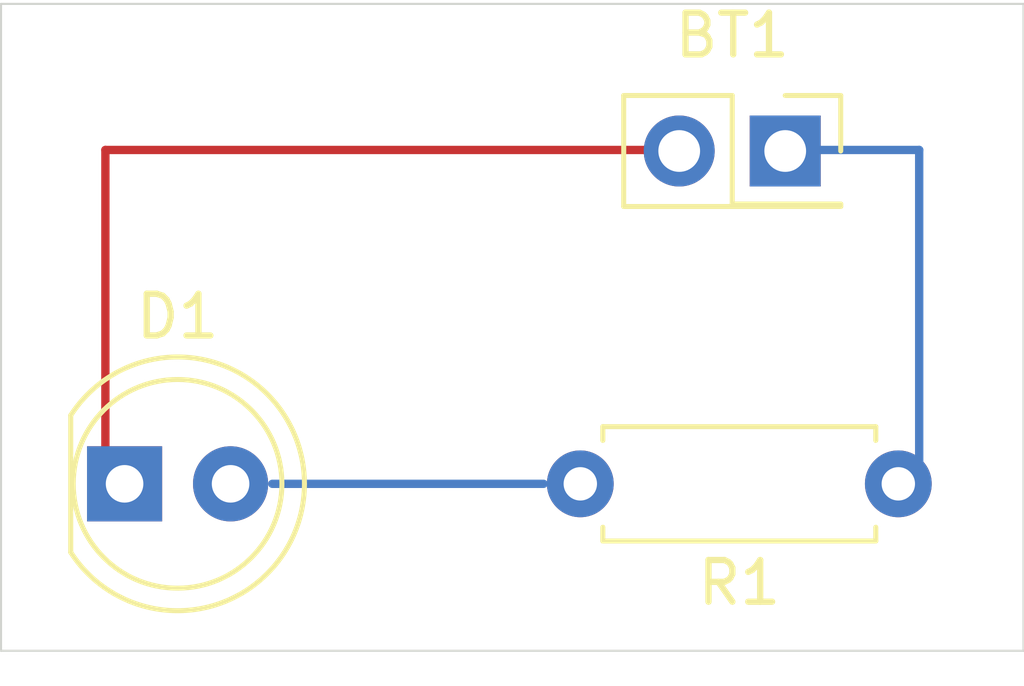
<source format=kicad_pcb>
(kicad_pcb (version 20241229) (generator "pcbnew") (generator_version "9.0")
  (layers (0 "F.Cu" signal) (2 "B.Cu" signal) (13 "F.Paste" user) (15 "B.Paste" user) (5 "F.SilkS" user "F.Silkscreen") (7 "B.SilkS" user "B.Silkscreen") (1 "F.Mask" user) (3 "B.Mask" user) (25 "Edge.Cuts" user))
  (net 0 "")
  (net 1 "Net-(D1-A)")
  (net 2 "Net-(BT1-+)")
  (net 3 "Net-(BT1--)")
  (footprint "Connector_PinSocket_2.54mm:PinSocket_2x01_P2.54mm_Vertical" (layer "F.Cu") (at 162.79 95.025)
    (property "Reference" "BT1" (at -1.27 -2.77 0) (layer "F.SilkS"))
    (property "Value" "9V")
    (fp_line (start -3.87 -1.33) (end -3.87 1.33) (stroke (width 0.12)) (layer "F.SilkS"))
    (fp_line (start -3.87 -1.33) (end -1.27 -1.33) (stroke (width 0.12)) (layer "F.SilkS"))
    (fp_line (start -3.87 1.33) (end 1.33 1.33) (stroke (width 0.12)) (layer "F.SilkS"))
    (fp_line (start -1.27 -1.33) (end -1.27 1.27) (stroke (width 0.12)) (layer "F.SilkS"))
    (fp_line (start -1.27 1.27) (end 1.33 1.27) (stroke (width 0.12)) (layer "F.SilkS"))
    (fp_line (start 0 -1.33) (end 1.33 -1.33) (stroke (width 0.12)) (layer "F.SilkS"))
    (fp_line (start 1.33 -1.33) (end 1.33 0) (stroke (width 0.12)) (layer "F.SilkS"))
    (fp_line (start 1.33 1.27) (end 1.33 1.33) (stroke (width 0.12)) (layer "F.SilkS"))
    (pad "1" thru_hole rect (at 0 0) (size 1.7 1.7) (drill 1) (layers "*.Cu" "*.Mask") (net 2 "Net-(BT1-+)"))
    (pad "2" thru_hole oval (at -2.54 0) (size 1.7 1.7) (drill 1) (layers "*.Cu" "*.Mask") (net 3 "Net-(BT1--)"))
  )
  (footprint "LED_THT:LED_D5.0mm_FlatTop" (layer "F.Cu") (at 146.96 103)
    (property "Reference" "D1" (at 1.27 -4.01 0) (layer "F.SilkS"))
    (property "Value" "LED")
    (fp_line (start -1.29 -1.64) (end -1.29 1.64) (stroke (width 0.12)) (layer "F.SilkS"))
    (fp_arc (start -1.29 -1.639512) (mid 2.124142 -2.91754) (end 4.31 -0.000051) (stroke (width 0.12)) (layer "F.SilkS"))
    (fp_arc (start 4.31 0.000051) (mid 2.124142 2.91754) (end -1.29 1.639512) (stroke (width 0.12)) (layer "F.SilkS"))
    (fp_circle (center 1.27 0) (end 3.77 0) (stroke (width 0.12)) (fill no) (layer "F.SilkS"))
    (pad "1" thru_hole rect (at 0 0) (size 1.8 1.8) (drill 0.9) (layers "*.Cu" "*.Mask") (net 3 "Net-(BT1--)"))
    (pad "2" thru_hole circle (at 2.54 0) (size 1.8 1.8) (drill 0.9) (layers "*.Cu" "*.Mask") (net 1 "Net-(D1-A)"))
  )
  (footprint "Resistor_THT:R_Axial_DIN0207_L6.3mm_D2.5mm_P7.62mm_Horizontal" (layer "F.Cu") (at 165.5 103 180)
    (property "Reference" "R1" (at 3.81 -2.37 0) (layer "F.SilkS"))
    (property "Value" "R")
    (fp_line (start 7.08 1.37) (end 7.08 1.04) (stroke (width 0.12)) (layer "F.SilkS"))
    (fp_line (start 7.08 -1.37) (end 7.08 -1.04) (stroke (width 0.12)) (layer "F.SilkS"))
    (fp_line (start 0.54 1.37) (end 7.08 1.37) (stroke (width 0.12)) (layer "F.SilkS"))
    (fp_line (start 0.54 1.04) (end 0.54 1.37) (stroke (width 0.12)) (layer "F.SilkS"))
    (fp_line (start 0.54 -1.04) (end 0.54 -1.37) (stroke (width 0.12)) (layer "F.SilkS"))
    (fp_line (start 0.54 -1.37) (end 7.08 -1.37) (stroke (width 0.12)) (layer "F.SilkS"))
    (pad "1" thru_hole circle (at 0 0 180) (size 1.6 1.6) (drill 0.8) (layers "*.Cu" "*.Mask") (net 2 "Net-(BT1-+)"))
    (pad "2" thru_hole oval (at 7.62 0 180) (size 1.6 1.6) (drill 0.8) (layers "*.Cu" "*.Mask") (net 1 "Net-(D1-A)"))
  )
  (gr_line (start 146.5 95) (end 146.5 102.5) (stroke (width 0.2)) (layer "F.Cu") (net 3))
  (gr_line (start 159.5 95) (end 146.5 95) (stroke (width 0.2)) (layer "F.Cu") (net 3))
  (gr_line (start 157 103) (end 150.5 103) (stroke (width 0.2)) (layer "B.Cu") (net 1))
  (gr_line (start 163.5 95) (end 166 95) (stroke (width 0.2)) (layer "B.Cu") (net 2))
  (gr_line (start 166 95) (end 166 102.5) (stroke (width 0.2)) (layer "B.Cu") (net 2))
  (gr_line (start 168.5 107) (end 144 107) (stroke (width 0.05)) (layer "Edge.Cuts"))
  (gr_line (start 144 107) (end 144 91.5) (stroke (width 0.05)) (layer "Edge.Cuts"))
  (gr_line (start 168.5 91.5) (end 168.5 107) (stroke (width 0.05)) (layer "Edge.Cuts"))
  (gr_line (start 144 91.5) (end 168.5 91.5) (stroke (width 0.05)) (layer "Edge.Cuts"))
)
</source>
